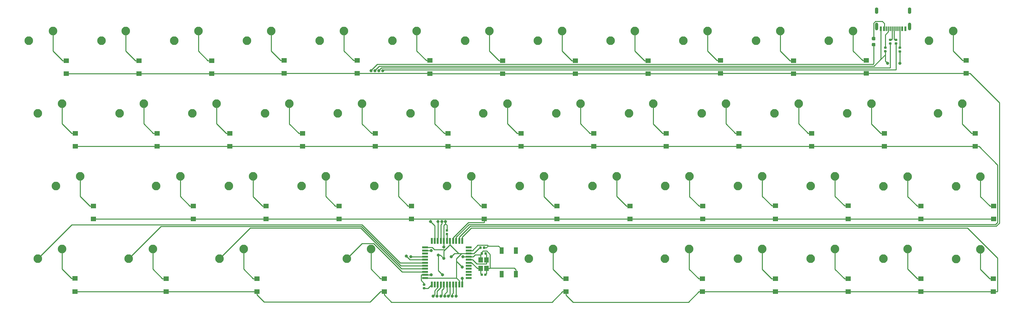
<source format=gbr>
G04 #@! TF.GenerationSoftware,KiCad,Pcbnew,(5.1.5)-3*
G04 #@! TF.CreationDate,2020-05-19T14:28:27+02:00*
G04 #@! TF.ProjectId,40 with arrows,34302520-7769-4746-9820-6172726f7773,rev?*
G04 #@! TF.SameCoordinates,Original*
G04 #@! TF.FileFunction,Copper,L2,Bot*
G04 #@! TF.FilePolarity,Positive*
%FSLAX46Y46*%
G04 Gerber Fmt 4.6, Leading zero omitted, Abs format (unit mm)*
G04 Created by KiCad (PCBNEW (5.1.5)-3) date 2020-05-19 14:28:27*
%MOMM*%
%LPD*%
G04 APERTURE LIST*
%ADD10C,0.100000*%
%ADD11R,0.600000X1.160000*%
%ADD12R,0.300000X1.160000*%
%ADD13O,0.900000X1.700000*%
%ADD14O,0.900000X2.000000*%
%ADD15C,2.250000*%
%ADD16R,1.100000X1.800000*%
%ADD17R,1.400000X1.200000*%
%ADD18R,0.550000X1.500000*%
%ADD19R,1.500000X0.550000*%
%ADD20R,1.200000X1.400000*%
%ADD21C,0.800000*%
%ADD22C,0.250000*%
G04 APERTURE END LIST*
G04 #@! TA.AperFunction,SMDPad,CuDef*
D10*
G36*
X245097691Y-44056053D02*
G01*
X245118926Y-44059203D01*
X245139750Y-44064419D01*
X245159962Y-44071651D01*
X245179368Y-44080830D01*
X245197781Y-44091866D01*
X245215024Y-44104654D01*
X245230930Y-44119070D01*
X245245346Y-44134976D01*
X245258134Y-44152219D01*
X245269170Y-44170632D01*
X245278349Y-44190038D01*
X245285581Y-44210250D01*
X245290797Y-44231074D01*
X245293947Y-44252309D01*
X245295000Y-44273750D01*
X245295000Y-44711250D01*
X245293947Y-44732691D01*
X245290797Y-44753926D01*
X245285581Y-44774750D01*
X245278349Y-44794962D01*
X245269170Y-44814368D01*
X245258134Y-44832781D01*
X245245346Y-44850024D01*
X245230930Y-44865930D01*
X245215024Y-44880346D01*
X245197781Y-44893134D01*
X245179368Y-44904170D01*
X245159962Y-44913349D01*
X245139750Y-44920581D01*
X245118926Y-44925797D01*
X245097691Y-44928947D01*
X245076250Y-44930000D01*
X244563750Y-44930000D01*
X244542309Y-44928947D01*
X244521074Y-44925797D01*
X244500250Y-44920581D01*
X244480038Y-44913349D01*
X244460632Y-44904170D01*
X244442219Y-44893134D01*
X244424976Y-44880346D01*
X244409070Y-44865930D01*
X244394654Y-44850024D01*
X244381866Y-44832781D01*
X244370830Y-44814368D01*
X244361651Y-44794962D01*
X244354419Y-44774750D01*
X244349203Y-44753926D01*
X244346053Y-44732691D01*
X244345000Y-44711250D01*
X244345000Y-44273750D01*
X244346053Y-44252309D01*
X244349203Y-44231074D01*
X244354419Y-44210250D01*
X244361651Y-44190038D01*
X244370830Y-44170632D01*
X244381866Y-44152219D01*
X244394654Y-44134976D01*
X244409070Y-44119070D01*
X244424976Y-44104654D01*
X244442219Y-44091866D01*
X244460632Y-44080830D01*
X244480038Y-44071651D01*
X244500250Y-44064419D01*
X244521074Y-44059203D01*
X244542309Y-44056053D01*
X244563750Y-44055000D01*
X245076250Y-44055000D01*
X245097691Y-44056053D01*
G37*
G04 #@! TD.AperFunction*
G04 #@! TA.AperFunction,SMDPad,CuDef*
G36*
X245097691Y-45631053D02*
G01*
X245118926Y-45634203D01*
X245139750Y-45639419D01*
X245159962Y-45646651D01*
X245179368Y-45655830D01*
X245197781Y-45666866D01*
X245215024Y-45679654D01*
X245230930Y-45694070D01*
X245245346Y-45709976D01*
X245258134Y-45727219D01*
X245269170Y-45745632D01*
X245278349Y-45765038D01*
X245285581Y-45785250D01*
X245290797Y-45806074D01*
X245293947Y-45827309D01*
X245295000Y-45848750D01*
X245295000Y-46286250D01*
X245293947Y-46307691D01*
X245290797Y-46328926D01*
X245285581Y-46349750D01*
X245278349Y-46369962D01*
X245269170Y-46389368D01*
X245258134Y-46407781D01*
X245245346Y-46425024D01*
X245230930Y-46440930D01*
X245215024Y-46455346D01*
X245197781Y-46468134D01*
X245179368Y-46479170D01*
X245159962Y-46488349D01*
X245139750Y-46495581D01*
X245118926Y-46500797D01*
X245097691Y-46503947D01*
X245076250Y-46505000D01*
X244563750Y-46505000D01*
X244542309Y-46503947D01*
X244521074Y-46500797D01*
X244500250Y-46495581D01*
X244480038Y-46488349D01*
X244460632Y-46479170D01*
X244442219Y-46468134D01*
X244424976Y-46455346D01*
X244409070Y-46440930D01*
X244394654Y-46425024D01*
X244381866Y-46407781D01*
X244370830Y-46389368D01*
X244361651Y-46369962D01*
X244354419Y-46349750D01*
X244349203Y-46328926D01*
X244346053Y-46307691D01*
X244345000Y-46286250D01*
X244345000Y-45848750D01*
X244346053Y-45827309D01*
X244349203Y-45806074D01*
X244354419Y-45785250D01*
X244361651Y-45765038D01*
X244370830Y-45745632D01*
X244381866Y-45727219D01*
X244394654Y-45709976D01*
X244409070Y-45694070D01*
X244424976Y-45679654D01*
X244442219Y-45666866D01*
X244460632Y-45655830D01*
X244480038Y-45646651D01*
X244500250Y-45639419D01*
X244521074Y-45634203D01*
X244542309Y-45631053D01*
X244563750Y-45630000D01*
X245076250Y-45630000D01*
X245097691Y-45631053D01*
G37*
G04 #@! TD.AperFunction*
D11*
X253120000Y-41880000D03*
X252320000Y-41880000D03*
X253120000Y-41880000D03*
X252320000Y-41880000D03*
X246720000Y-41880000D03*
X246720000Y-41880000D03*
X247520000Y-41880000D03*
X247520000Y-41880000D03*
D12*
X251670000Y-41880000D03*
X250670000Y-41880000D03*
X251170000Y-41880000D03*
X248670000Y-41880000D03*
X248170000Y-41880000D03*
X250170000Y-41880000D03*
X249670000Y-41880000D03*
X249170000Y-41880000D03*
D13*
X254240000Y-37130000D03*
X245600000Y-37130000D03*
D14*
X254240000Y-41300000D03*
X245600000Y-41300000D03*
D15*
X160800000Y-99670000D03*
X154450000Y-102210000D03*
D16*
X151110000Y-100030000D03*
X147410000Y-106230000D03*
X147410000Y-100030000D03*
X151110000Y-106230000D03*
D15*
X113170000Y-99650000D03*
X106820000Y-102190000D03*
G04 #@! TA.AperFunction,SMDPad,CuDef*
D10*
G36*
X133226958Y-94465710D02*
G01*
X133241276Y-94467834D01*
X133255317Y-94471351D01*
X133268946Y-94476228D01*
X133282031Y-94482417D01*
X133294447Y-94489858D01*
X133306073Y-94498481D01*
X133316798Y-94508202D01*
X133326519Y-94518927D01*
X133335142Y-94530553D01*
X133342583Y-94542969D01*
X133348772Y-94556054D01*
X133353649Y-94569683D01*
X133357166Y-94583724D01*
X133359290Y-94598042D01*
X133360000Y-94612500D01*
X133360000Y-94907500D01*
X133359290Y-94921958D01*
X133357166Y-94936276D01*
X133353649Y-94950317D01*
X133348772Y-94963946D01*
X133342583Y-94977031D01*
X133335142Y-94989447D01*
X133326519Y-95001073D01*
X133316798Y-95011798D01*
X133306073Y-95021519D01*
X133294447Y-95030142D01*
X133282031Y-95037583D01*
X133268946Y-95043772D01*
X133255317Y-95048649D01*
X133241276Y-95052166D01*
X133226958Y-95054290D01*
X133212500Y-95055000D01*
X132867500Y-95055000D01*
X132853042Y-95054290D01*
X132838724Y-95052166D01*
X132824683Y-95048649D01*
X132811054Y-95043772D01*
X132797969Y-95037583D01*
X132785553Y-95030142D01*
X132773927Y-95021519D01*
X132763202Y-95011798D01*
X132753481Y-95001073D01*
X132744858Y-94989447D01*
X132737417Y-94977031D01*
X132731228Y-94963946D01*
X132726351Y-94950317D01*
X132722834Y-94936276D01*
X132720710Y-94921958D01*
X132720000Y-94907500D01*
X132720000Y-94612500D01*
X132720710Y-94598042D01*
X132722834Y-94583724D01*
X132726351Y-94569683D01*
X132731228Y-94556054D01*
X132737417Y-94542969D01*
X132744858Y-94530553D01*
X132753481Y-94518927D01*
X132763202Y-94508202D01*
X132773927Y-94498481D01*
X132785553Y-94489858D01*
X132797969Y-94482417D01*
X132811054Y-94476228D01*
X132824683Y-94471351D01*
X132838724Y-94467834D01*
X132853042Y-94465710D01*
X132867500Y-94465000D01*
X133212500Y-94465000D01*
X133226958Y-94465710D01*
G37*
G04 #@! TD.AperFunction*
G04 #@! TA.AperFunction,SMDPad,CuDef*
G36*
X133226958Y-95435710D02*
G01*
X133241276Y-95437834D01*
X133255317Y-95441351D01*
X133268946Y-95446228D01*
X133282031Y-95452417D01*
X133294447Y-95459858D01*
X133306073Y-95468481D01*
X133316798Y-95478202D01*
X133326519Y-95488927D01*
X133335142Y-95500553D01*
X133342583Y-95512969D01*
X133348772Y-95526054D01*
X133353649Y-95539683D01*
X133357166Y-95553724D01*
X133359290Y-95568042D01*
X133360000Y-95582500D01*
X133360000Y-95877500D01*
X133359290Y-95891958D01*
X133357166Y-95906276D01*
X133353649Y-95920317D01*
X133348772Y-95933946D01*
X133342583Y-95947031D01*
X133335142Y-95959447D01*
X133326519Y-95971073D01*
X133316798Y-95981798D01*
X133306073Y-95991519D01*
X133294447Y-96000142D01*
X133282031Y-96007583D01*
X133268946Y-96013772D01*
X133255317Y-96018649D01*
X133241276Y-96022166D01*
X133226958Y-96024290D01*
X133212500Y-96025000D01*
X132867500Y-96025000D01*
X132853042Y-96024290D01*
X132838724Y-96022166D01*
X132824683Y-96018649D01*
X132811054Y-96013772D01*
X132797969Y-96007583D01*
X132785553Y-96000142D01*
X132773927Y-95991519D01*
X132763202Y-95981798D01*
X132753481Y-95971073D01*
X132744858Y-95959447D01*
X132737417Y-95947031D01*
X132731228Y-95933946D01*
X132726351Y-95920317D01*
X132722834Y-95906276D01*
X132720710Y-95891958D01*
X132720000Y-95877500D01*
X132720000Y-95582500D01*
X132720710Y-95568042D01*
X132722834Y-95553724D01*
X132726351Y-95539683D01*
X132731228Y-95526054D01*
X132737417Y-95512969D01*
X132744858Y-95500553D01*
X132753481Y-95488927D01*
X132763202Y-95478202D01*
X132773927Y-95468481D01*
X132785553Y-95459858D01*
X132797969Y-95452417D01*
X132811054Y-95446228D01*
X132824683Y-95441351D01*
X132838724Y-95437834D01*
X132853042Y-95435710D01*
X132867500Y-95435000D01*
X133212500Y-95435000D01*
X133226958Y-95435710D01*
G37*
G04 #@! TD.AperFunction*
G04 #@! TA.AperFunction,SMDPad,CuDef*
G36*
X142346958Y-100500710D02*
G01*
X142361276Y-100502834D01*
X142375317Y-100506351D01*
X142388946Y-100511228D01*
X142402031Y-100517417D01*
X142414447Y-100524858D01*
X142426073Y-100533481D01*
X142436798Y-100543202D01*
X142446519Y-100553927D01*
X142455142Y-100565553D01*
X142462583Y-100577969D01*
X142468772Y-100591054D01*
X142473649Y-100604683D01*
X142477166Y-100618724D01*
X142479290Y-100633042D01*
X142480000Y-100647500D01*
X142480000Y-100992500D01*
X142479290Y-101006958D01*
X142477166Y-101021276D01*
X142473649Y-101035317D01*
X142468772Y-101048946D01*
X142462583Y-101062031D01*
X142455142Y-101074447D01*
X142446519Y-101086073D01*
X142436798Y-101096798D01*
X142426073Y-101106519D01*
X142414447Y-101115142D01*
X142402031Y-101122583D01*
X142388946Y-101128772D01*
X142375317Y-101133649D01*
X142361276Y-101137166D01*
X142346958Y-101139290D01*
X142332500Y-101140000D01*
X142037500Y-101140000D01*
X142023042Y-101139290D01*
X142008724Y-101137166D01*
X141994683Y-101133649D01*
X141981054Y-101128772D01*
X141967969Y-101122583D01*
X141955553Y-101115142D01*
X141943927Y-101106519D01*
X141933202Y-101096798D01*
X141923481Y-101086073D01*
X141914858Y-101074447D01*
X141907417Y-101062031D01*
X141901228Y-101048946D01*
X141896351Y-101035317D01*
X141892834Y-101021276D01*
X141890710Y-101006958D01*
X141890000Y-100992500D01*
X141890000Y-100647500D01*
X141890710Y-100633042D01*
X141892834Y-100618724D01*
X141896351Y-100604683D01*
X141901228Y-100591054D01*
X141907417Y-100577969D01*
X141914858Y-100565553D01*
X141923481Y-100553927D01*
X141933202Y-100543202D01*
X141943927Y-100533481D01*
X141955553Y-100524858D01*
X141967969Y-100517417D01*
X141981054Y-100511228D01*
X141994683Y-100506351D01*
X142008724Y-100502834D01*
X142023042Y-100500710D01*
X142037500Y-100500000D01*
X142332500Y-100500000D01*
X142346958Y-100500710D01*
G37*
G04 #@! TD.AperFunction*
G04 #@! TA.AperFunction,SMDPad,CuDef*
G36*
X143316958Y-100500710D02*
G01*
X143331276Y-100502834D01*
X143345317Y-100506351D01*
X143358946Y-100511228D01*
X143372031Y-100517417D01*
X143384447Y-100524858D01*
X143396073Y-100533481D01*
X143406798Y-100543202D01*
X143416519Y-100553927D01*
X143425142Y-100565553D01*
X143432583Y-100577969D01*
X143438772Y-100591054D01*
X143443649Y-100604683D01*
X143447166Y-100618724D01*
X143449290Y-100633042D01*
X143450000Y-100647500D01*
X143450000Y-100992500D01*
X143449290Y-101006958D01*
X143447166Y-101021276D01*
X143443649Y-101035317D01*
X143438772Y-101048946D01*
X143432583Y-101062031D01*
X143425142Y-101074447D01*
X143416519Y-101086073D01*
X143406798Y-101096798D01*
X143396073Y-101106519D01*
X143384447Y-101115142D01*
X143372031Y-101122583D01*
X143358946Y-101128772D01*
X143345317Y-101133649D01*
X143331276Y-101137166D01*
X143316958Y-101139290D01*
X143302500Y-101140000D01*
X143007500Y-101140000D01*
X142993042Y-101139290D01*
X142978724Y-101137166D01*
X142964683Y-101133649D01*
X142951054Y-101128772D01*
X142937969Y-101122583D01*
X142925553Y-101115142D01*
X142913927Y-101106519D01*
X142903202Y-101096798D01*
X142893481Y-101086073D01*
X142884858Y-101074447D01*
X142877417Y-101062031D01*
X142871228Y-101048946D01*
X142866351Y-101035317D01*
X142862834Y-101021276D01*
X142860710Y-101006958D01*
X142860000Y-100992500D01*
X142860000Y-100647500D01*
X142860710Y-100633042D01*
X142862834Y-100618724D01*
X142866351Y-100604683D01*
X142871228Y-100591054D01*
X142877417Y-100577969D01*
X142884858Y-100565553D01*
X142893481Y-100553927D01*
X142903202Y-100543202D01*
X142913927Y-100533481D01*
X142925553Y-100524858D01*
X142937969Y-100517417D01*
X142951054Y-100511228D01*
X142964683Y-100506351D01*
X142978724Y-100502834D01*
X142993042Y-100500710D01*
X143007500Y-100500000D01*
X143302500Y-100500000D01*
X143316958Y-100500710D01*
G37*
G04 #@! TD.AperFunction*
G04 #@! TA.AperFunction,SMDPad,CuDef*
G36*
X142316958Y-106070710D02*
G01*
X142331276Y-106072834D01*
X142345317Y-106076351D01*
X142358946Y-106081228D01*
X142372031Y-106087417D01*
X142384447Y-106094858D01*
X142396073Y-106103481D01*
X142406798Y-106113202D01*
X142416519Y-106123927D01*
X142425142Y-106135553D01*
X142432583Y-106147969D01*
X142438772Y-106161054D01*
X142443649Y-106174683D01*
X142447166Y-106188724D01*
X142449290Y-106203042D01*
X142450000Y-106217500D01*
X142450000Y-106562500D01*
X142449290Y-106576958D01*
X142447166Y-106591276D01*
X142443649Y-106605317D01*
X142438772Y-106618946D01*
X142432583Y-106632031D01*
X142425142Y-106644447D01*
X142416519Y-106656073D01*
X142406798Y-106666798D01*
X142396073Y-106676519D01*
X142384447Y-106685142D01*
X142372031Y-106692583D01*
X142358946Y-106698772D01*
X142345317Y-106703649D01*
X142331276Y-106707166D01*
X142316958Y-106709290D01*
X142302500Y-106710000D01*
X142007500Y-106710000D01*
X141993042Y-106709290D01*
X141978724Y-106707166D01*
X141964683Y-106703649D01*
X141951054Y-106698772D01*
X141937969Y-106692583D01*
X141925553Y-106685142D01*
X141913927Y-106676519D01*
X141903202Y-106666798D01*
X141893481Y-106656073D01*
X141884858Y-106644447D01*
X141877417Y-106632031D01*
X141871228Y-106618946D01*
X141866351Y-106605317D01*
X141862834Y-106591276D01*
X141860710Y-106576958D01*
X141860000Y-106562500D01*
X141860000Y-106217500D01*
X141860710Y-106203042D01*
X141862834Y-106188724D01*
X141866351Y-106174683D01*
X141871228Y-106161054D01*
X141877417Y-106147969D01*
X141884858Y-106135553D01*
X141893481Y-106123927D01*
X141903202Y-106113202D01*
X141913927Y-106103481D01*
X141925553Y-106094858D01*
X141937969Y-106087417D01*
X141951054Y-106081228D01*
X141964683Y-106076351D01*
X141978724Y-106072834D01*
X141993042Y-106070710D01*
X142007500Y-106070000D01*
X142302500Y-106070000D01*
X142316958Y-106070710D01*
G37*
G04 #@! TD.AperFunction*
G04 #@! TA.AperFunction,SMDPad,CuDef*
G36*
X143286958Y-106070710D02*
G01*
X143301276Y-106072834D01*
X143315317Y-106076351D01*
X143328946Y-106081228D01*
X143342031Y-106087417D01*
X143354447Y-106094858D01*
X143366073Y-106103481D01*
X143376798Y-106113202D01*
X143386519Y-106123927D01*
X143395142Y-106135553D01*
X143402583Y-106147969D01*
X143408772Y-106161054D01*
X143413649Y-106174683D01*
X143417166Y-106188724D01*
X143419290Y-106203042D01*
X143420000Y-106217500D01*
X143420000Y-106562500D01*
X143419290Y-106576958D01*
X143417166Y-106591276D01*
X143413649Y-106605317D01*
X143408772Y-106618946D01*
X143402583Y-106632031D01*
X143395142Y-106644447D01*
X143386519Y-106656073D01*
X143376798Y-106666798D01*
X143366073Y-106676519D01*
X143354447Y-106685142D01*
X143342031Y-106692583D01*
X143328946Y-106698772D01*
X143315317Y-106703649D01*
X143301276Y-106707166D01*
X143286958Y-106709290D01*
X143272500Y-106710000D01*
X142977500Y-106710000D01*
X142963042Y-106709290D01*
X142948724Y-106707166D01*
X142934683Y-106703649D01*
X142921054Y-106698772D01*
X142907969Y-106692583D01*
X142895553Y-106685142D01*
X142883927Y-106676519D01*
X142873202Y-106666798D01*
X142863481Y-106656073D01*
X142854858Y-106644447D01*
X142847417Y-106632031D01*
X142841228Y-106618946D01*
X142836351Y-106605317D01*
X142832834Y-106591276D01*
X142830710Y-106576958D01*
X142830000Y-106562500D01*
X142830000Y-106217500D01*
X142830710Y-106203042D01*
X142832834Y-106188724D01*
X142836351Y-106174683D01*
X142841228Y-106161054D01*
X142847417Y-106147969D01*
X142854858Y-106135553D01*
X142863481Y-106123927D01*
X142873202Y-106113202D01*
X142883927Y-106103481D01*
X142895553Y-106094858D01*
X142907969Y-106087417D01*
X142921054Y-106081228D01*
X142934683Y-106076351D01*
X142948724Y-106072834D01*
X142963042Y-106070710D01*
X142977500Y-106070000D01*
X143272500Y-106070000D01*
X143286958Y-106070710D01*
G37*
G04 #@! TD.AperFunction*
D17*
X33320000Y-53710000D03*
X33320000Y-50310000D03*
X52370000Y-50300000D03*
X52370000Y-53700000D03*
X71410000Y-50290000D03*
X71410000Y-53690000D03*
X90400000Y-53590000D03*
X90400000Y-50190000D03*
X109520000Y-50210000D03*
X109520000Y-53610000D03*
X128570000Y-53640000D03*
X128570000Y-50240000D03*
X147640000Y-50280000D03*
X147640000Y-53680000D03*
X166700000Y-53680000D03*
X166700000Y-50280000D03*
X185750000Y-50280000D03*
X185750000Y-53680000D03*
X204730000Y-53620000D03*
X204730000Y-50220000D03*
X223840000Y-53680000D03*
X223840000Y-50280000D03*
X242880000Y-53620000D03*
X242880000Y-50220000D03*
X269070000Y-50220000D03*
X269070000Y-53620000D03*
X35690000Y-69330000D03*
X35690000Y-72730000D03*
X57090000Y-69300000D03*
X57090000Y-72700000D03*
X76190000Y-69330000D03*
X76190000Y-72730000D03*
X95230000Y-72750000D03*
X95230000Y-69350000D03*
X114270000Y-69330000D03*
X114270000Y-72730000D03*
X133330000Y-72740000D03*
X133330000Y-69340000D03*
X152420000Y-69350000D03*
X152420000Y-72750000D03*
X171470000Y-72730000D03*
X171470000Y-69330000D03*
X190490000Y-69340000D03*
X190490000Y-72740000D03*
X209550000Y-72730000D03*
X209550000Y-69330000D03*
X228600000Y-69310000D03*
X228600000Y-72710000D03*
X247640000Y-72720000D03*
X247640000Y-69320000D03*
X271450000Y-69330000D03*
X271450000Y-72730000D03*
X40440000Y-91780000D03*
X40440000Y-88380000D03*
X66630000Y-88360000D03*
X66630000Y-91760000D03*
X85690000Y-88390000D03*
X85690000Y-91790000D03*
X104760000Y-91750000D03*
X104760000Y-88350000D03*
X123780000Y-91760000D03*
X123780000Y-88360000D03*
X142850000Y-88390000D03*
X142850000Y-91790000D03*
X161900000Y-91790000D03*
X161900000Y-88390000D03*
X181000000Y-88350000D03*
X181000000Y-91750000D03*
X200040000Y-91780000D03*
X200040000Y-88380000D03*
X219080000Y-88340000D03*
X219080000Y-91740000D03*
X238120000Y-91740000D03*
X238120000Y-88340000D03*
X257220000Y-88400000D03*
X257220000Y-91800000D03*
X276250000Y-91800000D03*
X276250000Y-88400000D03*
X35630000Y-110790000D03*
X35630000Y-107390000D03*
X59470000Y-107410000D03*
X59470000Y-110810000D03*
X83250000Y-110800000D03*
X83250000Y-107400000D03*
X116610000Y-107400000D03*
X116610000Y-110800000D03*
X164250000Y-110860000D03*
X164250000Y-107460000D03*
X199960000Y-107450000D03*
X199960000Y-110850000D03*
X219060000Y-110850000D03*
X219060000Y-107450000D03*
X238130000Y-107450000D03*
X238130000Y-110850000D03*
X257180000Y-107430000D03*
X257180000Y-110830000D03*
X276200000Y-110840000D03*
X276200000Y-107440000D03*
D15*
X29840000Y-42510000D03*
X23490000Y-45050000D03*
X42540000Y-45050000D03*
X48890000Y-42510000D03*
X67940000Y-42510000D03*
X61590000Y-45050000D03*
X80640000Y-45050000D03*
X86990000Y-42510000D03*
X106090000Y-42510000D03*
X99740000Y-45050000D03*
X118790000Y-45050000D03*
X125140000Y-42510000D03*
X137840000Y-45050000D03*
X144190000Y-42510000D03*
X156890000Y-45050000D03*
X163240000Y-42510000D03*
X182290000Y-42510000D03*
X175940000Y-45050000D03*
X194990000Y-45050000D03*
X201340000Y-42510000D03*
X220390000Y-42510000D03*
X214040000Y-45050000D03*
X233090000Y-45050000D03*
X239440000Y-42510000D03*
X265640000Y-42510000D03*
X259290000Y-45050000D03*
X32220000Y-61560000D03*
X25870000Y-64100000D03*
X47300000Y-64100000D03*
X53650000Y-61560000D03*
X72720000Y-61560000D03*
X66370000Y-64100000D03*
X85420000Y-64100000D03*
X91770000Y-61560000D03*
X104480000Y-64100000D03*
X110830000Y-61560000D03*
X129880000Y-61560000D03*
X123530000Y-64100000D03*
X148940000Y-61570000D03*
X142590000Y-64110000D03*
X168010000Y-61570000D03*
X161660000Y-64110000D03*
X180710000Y-64120000D03*
X187060000Y-61580000D03*
X206100000Y-61580000D03*
X199750000Y-64120000D03*
X218800000Y-64110000D03*
X225150000Y-61570000D03*
X244210000Y-61570000D03*
X237860000Y-64110000D03*
X261680000Y-64120000D03*
X268030000Y-61580000D03*
X30630000Y-83150000D03*
X36980000Y-80610000D03*
X56830000Y-83150000D03*
X63180000Y-80610000D03*
X82240000Y-80610000D03*
X75890000Y-83150000D03*
X94940000Y-83150000D03*
X101290000Y-80610000D03*
X120340000Y-80610000D03*
X113990000Y-83150000D03*
X133040000Y-83170000D03*
X139390000Y-80630000D03*
X158460000Y-80620000D03*
X152110000Y-83160000D03*
X171200000Y-83170000D03*
X177550000Y-80630000D03*
X196600000Y-80630000D03*
X190250000Y-83170000D03*
X209310000Y-83170000D03*
X215660000Y-80630000D03*
X228360000Y-83170000D03*
X234710000Y-80630000D03*
X253760000Y-80640000D03*
X247410000Y-83180000D03*
X266450000Y-83180000D03*
X272800000Y-80640000D03*
X32210000Y-99650000D03*
X25860000Y-102190000D03*
X49670000Y-102190000D03*
X56020000Y-99650000D03*
X73480000Y-102210000D03*
X79830000Y-99670000D03*
X196520000Y-99680000D03*
X190170000Y-102220000D03*
X215610000Y-99680000D03*
X209260000Y-102220000D03*
X234670000Y-99670000D03*
X228320000Y-102210000D03*
X247380000Y-102220000D03*
X253730000Y-99680000D03*
X272780000Y-99700000D03*
X266430000Y-102240000D03*
G04 #@! TA.AperFunction,SMDPad,CuDef*
D10*
G36*
X250856958Y-44510710D02*
G01*
X250871276Y-44512834D01*
X250885317Y-44516351D01*
X250898946Y-44521228D01*
X250912031Y-44527417D01*
X250924447Y-44534858D01*
X250936073Y-44543481D01*
X250946798Y-44553202D01*
X250956519Y-44563927D01*
X250965142Y-44575553D01*
X250972583Y-44587969D01*
X250978772Y-44601054D01*
X250983649Y-44614683D01*
X250987166Y-44628724D01*
X250989290Y-44643042D01*
X250990000Y-44657500D01*
X250990000Y-44952500D01*
X250989290Y-44966958D01*
X250987166Y-44981276D01*
X250983649Y-44995317D01*
X250978772Y-45008946D01*
X250972583Y-45022031D01*
X250965142Y-45034447D01*
X250956519Y-45046073D01*
X250946798Y-45056798D01*
X250936073Y-45066519D01*
X250924447Y-45075142D01*
X250912031Y-45082583D01*
X250898946Y-45088772D01*
X250885317Y-45093649D01*
X250871276Y-45097166D01*
X250856958Y-45099290D01*
X250842500Y-45100000D01*
X250497500Y-45100000D01*
X250483042Y-45099290D01*
X250468724Y-45097166D01*
X250454683Y-45093649D01*
X250441054Y-45088772D01*
X250427969Y-45082583D01*
X250415553Y-45075142D01*
X250403927Y-45066519D01*
X250393202Y-45056798D01*
X250383481Y-45046073D01*
X250374858Y-45034447D01*
X250367417Y-45022031D01*
X250361228Y-45008946D01*
X250356351Y-44995317D01*
X250352834Y-44981276D01*
X250350710Y-44966958D01*
X250350000Y-44952500D01*
X250350000Y-44657500D01*
X250350710Y-44643042D01*
X250352834Y-44628724D01*
X250356351Y-44614683D01*
X250361228Y-44601054D01*
X250367417Y-44587969D01*
X250374858Y-44575553D01*
X250383481Y-44563927D01*
X250393202Y-44553202D01*
X250403927Y-44543481D01*
X250415553Y-44534858D01*
X250427969Y-44527417D01*
X250441054Y-44521228D01*
X250454683Y-44516351D01*
X250468724Y-44512834D01*
X250483042Y-44510710D01*
X250497500Y-44510000D01*
X250842500Y-44510000D01*
X250856958Y-44510710D01*
G37*
G04 #@! TD.AperFunction*
G04 #@! TA.AperFunction,SMDPad,CuDef*
G36*
X250856958Y-45480710D02*
G01*
X250871276Y-45482834D01*
X250885317Y-45486351D01*
X250898946Y-45491228D01*
X250912031Y-45497417D01*
X250924447Y-45504858D01*
X250936073Y-45513481D01*
X250946798Y-45523202D01*
X250956519Y-45533927D01*
X250965142Y-45545553D01*
X250972583Y-45557969D01*
X250978772Y-45571054D01*
X250983649Y-45584683D01*
X250987166Y-45598724D01*
X250989290Y-45613042D01*
X250990000Y-45627500D01*
X250990000Y-45922500D01*
X250989290Y-45936958D01*
X250987166Y-45951276D01*
X250983649Y-45965317D01*
X250978772Y-45978946D01*
X250972583Y-45992031D01*
X250965142Y-46004447D01*
X250956519Y-46016073D01*
X250946798Y-46026798D01*
X250936073Y-46036519D01*
X250924447Y-46045142D01*
X250912031Y-46052583D01*
X250898946Y-46058772D01*
X250885317Y-46063649D01*
X250871276Y-46067166D01*
X250856958Y-46069290D01*
X250842500Y-46070000D01*
X250497500Y-46070000D01*
X250483042Y-46069290D01*
X250468724Y-46067166D01*
X250454683Y-46063649D01*
X250441054Y-46058772D01*
X250427969Y-46052583D01*
X250415553Y-46045142D01*
X250403927Y-46036519D01*
X250393202Y-46026798D01*
X250383481Y-46016073D01*
X250374858Y-46004447D01*
X250367417Y-45992031D01*
X250361228Y-45978946D01*
X250356351Y-45965317D01*
X250352834Y-45951276D01*
X250350710Y-45936958D01*
X250350000Y-45922500D01*
X250350000Y-45627500D01*
X250350710Y-45613042D01*
X250352834Y-45598724D01*
X250356351Y-45584683D01*
X250361228Y-45571054D01*
X250367417Y-45557969D01*
X250374858Y-45545553D01*
X250383481Y-45533927D01*
X250393202Y-45523202D01*
X250403927Y-45513481D01*
X250415553Y-45504858D01*
X250427969Y-45497417D01*
X250441054Y-45491228D01*
X250454683Y-45486351D01*
X250468724Y-45482834D01*
X250483042Y-45480710D01*
X250497500Y-45480000D01*
X250842500Y-45480000D01*
X250856958Y-45480710D01*
G37*
G04 #@! TD.AperFunction*
G04 #@! TA.AperFunction,SMDPad,CuDef*
G36*
X249356958Y-45470710D02*
G01*
X249371276Y-45472834D01*
X249385317Y-45476351D01*
X249398946Y-45481228D01*
X249412031Y-45487417D01*
X249424447Y-45494858D01*
X249436073Y-45503481D01*
X249446798Y-45513202D01*
X249456519Y-45523927D01*
X249465142Y-45535553D01*
X249472583Y-45547969D01*
X249478772Y-45561054D01*
X249483649Y-45574683D01*
X249487166Y-45588724D01*
X249489290Y-45603042D01*
X249490000Y-45617500D01*
X249490000Y-45912500D01*
X249489290Y-45926958D01*
X249487166Y-45941276D01*
X249483649Y-45955317D01*
X249478772Y-45968946D01*
X249472583Y-45982031D01*
X249465142Y-45994447D01*
X249456519Y-46006073D01*
X249446798Y-46016798D01*
X249436073Y-46026519D01*
X249424447Y-46035142D01*
X249412031Y-46042583D01*
X249398946Y-46048772D01*
X249385317Y-46053649D01*
X249371276Y-46057166D01*
X249356958Y-46059290D01*
X249342500Y-46060000D01*
X248997500Y-46060000D01*
X248983042Y-46059290D01*
X248968724Y-46057166D01*
X248954683Y-46053649D01*
X248941054Y-46048772D01*
X248927969Y-46042583D01*
X248915553Y-46035142D01*
X248903927Y-46026519D01*
X248893202Y-46016798D01*
X248883481Y-46006073D01*
X248874858Y-45994447D01*
X248867417Y-45982031D01*
X248861228Y-45968946D01*
X248856351Y-45955317D01*
X248852834Y-45941276D01*
X248850710Y-45926958D01*
X248850000Y-45912500D01*
X248850000Y-45617500D01*
X248850710Y-45603042D01*
X248852834Y-45588724D01*
X248856351Y-45574683D01*
X248861228Y-45561054D01*
X248867417Y-45547969D01*
X248874858Y-45535553D01*
X248883481Y-45523927D01*
X248893202Y-45513202D01*
X248903927Y-45503481D01*
X248915553Y-45494858D01*
X248927969Y-45487417D01*
X248941054Y-45481228D01*
X248954683Y-45476351D01*
X248968724Y-45472834D01*
X248983042Y-45470710D01*
X248997500Y-45470000D01*
X249342500Y-45470000D01*
X249356958Y-45470710D01*
G37*
G04 #@! TD.AperFunction*
G04 #@! TA.AperFunction,SMDPad,CuDef*
G36*
X249356958Y-44500710D02*
G01*
X249371276Y-44502834D01*
X249385317Y-44506351D01*
X249398946Y-44511228D01*
X249412031Y-44517417D01*
X249424447Y-44524858D01*
X249436073Y-44533481D01*
X249446798Y-44543202D01*
X249456519Y-44553927D01*
X249465142Y-44565553D01*
X249472583Y-44577969D01*
X249478772Y-44591054D01*
X249483649Y-44604683D01*
X249487166Y-44618724D01*
X249489290Y-44633042D01*
X249490000Y-44647500D01*
X249490000Y-44942500D01*
X249489290Y-44956958D01*
X249487166Y-44971276D01*
X249483649Y-44985317D01*
X249478772Y-44998946D01*
X249472583Y-45012031D01*
X249465142Y-45024447D01*
X249456519Y-45036073D01*
X249446798Y-45046798D01*
X249436073Y-45056519D01*
X249424447Y-45065142D01*
X249412031Y-45072583D01*
X249398946Y-45078772D01*
X249385317Y-45083649D01*
X249371276Y-45087166D01*
X249356958Y-45089290D01*
X249342500Y-45090000D01*
X248997500Y-45090000D01*
X248983042Y-45089290D01*
X248968724Y-45087166D01*
X248954683Y-45083649D01*
X248941054Y-45078772D01*
X248927969Y-45072583D01*
X248915553Y-45065142D01*
X248903927Y-45056519D01*
X248893202Y-45046798D01*
X248883481Y-45036073D01*
X248874858Y-45024447D01*
X248867417Y-45012031D01*
X248861228Y-44998946D01*
X248856351Y-44985317D01*
X248852834Y-44971276D01*
X248850710Y-44956958D01*
X248850000Y-44942500D01*
X248850000Y-44647500D01*
X248850710Y-44633042D01*
X248852834Y-44618724D01*
X248856351Y-44604683D01*
X248861228Y-44591054D01*
X248867417Y-44577969D01*
X248874858Y-44565553D01*
X248883481Y-44553927D01*
X248893202Y-44543202D01*
X248903927Y-44533481D01*
X248915553Y-44524858D01*
X248927969Y-44517417D01*
X248941054Y-44511228D01*
X248954683Y-44506351D01*
X248968724Y-44502834D01*
X248983042Y-44500710D01*
X248997500Y-44500000D01*
X249342500Y-44500000D01*
X249356958Y-44500710D01*
G37*
G04 #@! TD.AperFunction*
G04 #@! TA.AperFunction,SMDPad,CuDef*
G36*
X141966958Y-98980710D02*
G01*
X141981276Y-98982834D01*
X141995317Y-98986351D01*
X142008946Y-98991228D01*
X142022031Y-98997417D01*
X142034447Y-99004858D01*
X142046073Y-99013481D01*
X142056798Y-99023202D01*
X142066519Y-99033927D01*
X142075142Y-99045553D01*
X142082583Y-99057969D01*
X142088772Y-99071054D01*
X142093649Y-99084683D01*
X142097166Y-99098724D01*
X142099290Y-99113042D01*
X142100000Y-99127500D01*
X142100000Y-99472500D01*
X142099290Y-99486958D01*
X142097166Y-99501276D01*
X142093649Y-99515317D01*
X142088772Y-99528946D01*
X142082583Y-99542031D01*
X142075142Y-99554447D01*
X142066519Y-99566073D01*
X142056798Y-99576798D01*
X142046073Y-99586519D01*
X142034447Y-99595142D01*
X142022031Y-99602583D01*
X142008946Y-99608772D01*
X141995317Y-99613649D01*
X141981276Y-99617166D01*
X141966958Y-99619290D01*
X141952500Y-99620000D01*
X141657500Y-99620000D01*
X141643042Y-99619290D01*
X141628724Y-99617166D01*
X141614683Y-99613649D01*
X141601054Y-99608772D01*
X141587969Y-99602583D01*
X141575553Y-99595142D01*
X141563927Y-99586519D01*
X141553202Y-99576798D01*
X141543481Y-99566073D01*
X141534858Y-99554447D01*
X141527417Y-99542031D01*
X141521228Y-99528946D01*
X141516351Y-99515317D01*
X141512834Y-99501276D01*
X141510710Y-99486958D01*
X141510000Y-99472500D01*
X141510000Y-99127500D01*
X141510710Y-99113042D01*
X141512834Y-99098724D01*
X141516351Y-99084683D01*
X141521228Y-99071054D01*
X141527417Y-99057969D01*
X141534858Y-99045553D01*
X141543481Y-99033927D01*
X141553202Y-99023202D01*
X141563927Y-99013481D01*
X141575553Y-99004858D01*
X141587969Y-98997417D01*
X141601054Y-98991228D01*
X141614683Y-98986351D01*
X141628724Y-98982834D01*
X141643042Y-98980710D01*
X141657500Y-98980000D01*
X141952500Y-98980000D01*
X141966958Y-98980710D01*
G37*
G04 #@! TD.AperFunction*
G04 #@! TA.AperFunction,SMDPad,CuDef*
G36*
X142936958Y-98980710D02*
G01*
X142951276Y-98982834D01*
X142965317Y-98986351D01*
X142978946Y-98991228D01*
X142992031Y-98997417D01*
X143004447Y-99004858D01*
X143016073Y-99013481D01*
X143026798Y-99023202D01*
X143036519Y-99033927D01*
X143045142Y-99045553D01*
X143052583Y-99057969D01*
X143058772Y-99071054D01*
X143063649Y-99084683D01*
X143067166Y-99098724D01*
X143069290Y-99113042D01*
X143070000Y-99127500D01*
X143070000Y-99472500D01*
X143069290Y-99486958D01*
X143067166Y-99501276D01*
X143063649Y-99515317D01*
X143058772Y-99528946D01*
X143052583Y-99542031D01*
X143045142Y-99554447D01*
X143036519Y-99566073D01*
X143026798Y-99576798D01*
X143016073Y-99586519D01*
X143004447Y-99595142D01*
X142992031Y-99602583D01*
X142978946Y-99608772D01*
X142965317Y-99613649D01*
X142951276Y-99617166D01*
X142936958Y-99619290D01*
X142922500Y-99620000D01*
X142627500Y-99620000D01*
X142613042Y-99619290D01*
X142598724Y-99617166D01*
X142584683Y-99613649D01*
X142571054Y-99608772D01*
X142557969Y-99602583D01*
X142545553Y-99595142D01*
X142533927Y-99586519D01*
X142523202Y-99576798D01*
X142513481Y-99566073D01*
X142504858Y-99554447D01*
X142497417Y-99542031D01*
X142491228Y-99528946D01*
X142486351Y-99515317D01*
X142482834Y-99501276D01*
X142480710Y-99486958D01*
X142480000Y-99472500D01*
X142480000Y-99127500D01*
X142480710Y-99113042D01*
X142482834Y-99098724D01*
X142486351Y-99084683D01*
X142491228Y-99071054D01*
X142497417Y-99057969D01*
X142504858Y-99045553D01*
X142513481Y-99033927D01*
X142523202Y-99023202D01*
X142533927Y-99013481D01*
X142545553Y-99004858D01*
X142557969Y-98997417D01*
X142571054Y-98991228D01*
X142584683Y-98986351D01*
X142598724Y-98982834D01*
X142613042Y-98980710D01*
X142627500Y-98980000D01*
X142922500Y-98980000D01*
X142936958Y-98980710D01*
G37*
G04 #@! TD.AperFunction*
G04 #@! TA.AperFunction,SMDPad,CuDef*
G36*
X127246958Y-108670710D02*
G01*
X127261276Y-108672834D01*
X127275317Y-108676351D01*
X127288946Y-108681228D01*
X127302031Y-108687417D01*
X127314447Y-108694858D01*
X127326073Y-108703481D01*
X127336798Y-108713202D01*
X127346519Y-108723927D01*
X127355142Y-108735553D01*
X127362583Y-108747969D01*
X127368772Y-108761054D01*
X127373649Y-108774683D01*
X127377166Y-108788724D01*
X127379290Y-108803042D01*
X127380000Y-108817500D01*
X127380000Y-109112500D01*
X127379290Y-109126958D01*
X127377166Y-109141276D01*
X127373649Y-109155317D01*
X127368772Y-109168946D01*
X127362583Y-109182031D01*
X127355142Y-109194447D01*
X127346519Y-109206073D01*
X127336798Y-109216798D01*
X127326073Y-109226519D01*
X127314447Y-109235142D01*
X127302031Y-109242583D01*
X127288946Y-109248772D01*
X127275317Y-109253649D01*
X127261276Y-109257166D01*
X127246958Y-109259290D01*
X127232500Y-109260000D01*
X126887500Y-109260000D01*
X126873042Y-109259290D01*
X126858724Y-109257166D01*
X126844683Y-109253649D01*
X126831054Y-109248772D01*
X126817969Y-109242583D01*
X126805553Y-109235142D01*
X126793927Y-109226519D01*
X126783202Y-109216798D01*
X126773481Y-109206073D01*
X126764858Y-109194447D01*
X126757417Y-109182031D01*
X126751228Y-109168946D01*
X126746351Y-109155317D01*
X126742834Y-109141276D01*
X126740710Y-109126958D01*
X126740000Y-109112500D01*
X126740000Y-108817500D01*
X126740710Y-108803042D01*
X126742834Y-108788724D01*
X126746351Y-108774683D01*
X126751228Y-108761054D01*
X126757417Y-108747969D01*
X126764858Y-108735553D01*
X126773481Y-108723927D01*
X126783202Y-108713202D01*
X126793927Y-108703481D01*
X126805553Y-108694858D01*
X126817969Y-108687417D01*
X126831054Y-108681228D01*
X126844683Y-108676351D01*
X126858724Y-108672834D01*
X126873042Y-108670710D01*
X126887500Y-108670000D01*
X127232500Y-108670000D01*
X127246958Y-108670710D01*
G37*
G04 #@! TD.AperFunction*
G04 #@! TA.AperFunction,SMDPad,CuDef*
G36*
X127246958Y-109640710D02*
G01*
X127261276Y-109642834D01*
X127275317Y-109646351D01*
X127288946Y-109651228D01*
X127302031Y-109657417D01*
X127314447Y-109664858D01*
X127326073Y-109673481D01*
X127336798Y-109683202D01*
X127346519Y-109693927D01*
X127355142Y-109705553D01*
X127362583Y-109717969D01*
X127368772Y-109731054D01*
X127373649Y-109744683D01*
X127377166Y-109758724D01*
X127379290Y-109773042D01*
X127380000Y-109787500D01*
X127380000Y-110082500D01*
X127379290Y-110096958D01*
X127377166Y-110111276D01*
X127373649Y-110125317D01*
X127368772Y-110138946D01*
X127362583Y-110152031D01*
X127355142Y-110164447D01*
X127346519Y-110176073D01*
X127336798Y-110186798D01*
X127326073Y-110196519D01*
X127314447Y-110205142D01*
X127302031Y-110212583D01*
X127288946Y-110218772D01*
X127275317Y-110223649D01*
X127261276Y-110227166D01*
X127246958Y-110229290D01*
X127232500Y-110230000D01*
X126887500Y-110230000D01*
X126873042Y-110229290D01*
X126858724Y-110227166D01*
X126844683Y-110223649D01*
X126831054Y-110218772D01*
X126817969Y-110212583D01*
X126805553Y-110205142D01*
X126793927Y-110196519D01*
X126783202Y-110186798D01*
X126773481Y-110176073D01*
X126764858Y-110164447D01*
X126757417Y-110152031D01*
X126751228Y-110138946D01*
X126746351Y-110125317D01*
X126742834Y-110111276D01*
X126740710Y-110096958D01*
X126740000Y-110082500D01*
X126740000Y-109787500D01*
X126740710Y-109773042D01*
X126742834Y-109758724D01*
X126746351Y-109744683D01*
X126751228Y-109731054D01*
X126757417Y-109717969D01*
X126764858Y-109705553D01*
X126773481Y-109693927D01*
X126783202Y-109683202D01*
X126793927Y-109673481D01*
X126805553Y-109664858D01*
X126817969Y-109657417D01*
X126831054Y-109651228D01*
X126844683Y-109646351D01*
X126858724Y-109642834D01*
X126873042Y-109640710D01*
X126887500Y-109640000D01*
X127232500Y-109640000D01*
X127246958Y-109640710D01*
G37*
G04 #@! TD.AperFunction*
D18*
X129050000Y-97550000D03*
X129850000Y-97550000D03*
X130650000Y-97550000D03*
X131450000Y-97550000D03*
X132250000Y-97550000D03*
X133050000Y-97550000D03*
X133850000Y-97550000D03*
X134650000Y-97550000D03*
X135450000Y-97550000D03*
X136250000Y-97550000D03*
X137050000Y-97550000D03*
D19*
X138750000Y-99250000D03*
X138750000Y-100050000D03*
X138750000Y-100850000D03*
X138750000Y-101650000D03*
X138750000Y-102450000D03*
X138750000Y-103250000D03*
X138750000Y-104050000D03*
X138750000Y-104850000D03*
X138750000Y-105650000D03*
X138750000Y-106450000D03*
X138750000Y-107250000D03*
D18*
X137050000Y-108950000D03*
X136250000Y-108950000D03*
X135450000Y-108950000D03*
X134650000Y-108950000D03*
X133850000Y-108950000D03*
X133050000Y-108950000D03*
X132250000Y-108950000D03*
X131450000Y-108950000D03*
X130650000Y-108950000D03*
X129850000Y-108950000D03*
X129050000Y-108950000D03*
D19*
X127350000Y-107250000D03*
X127350000Y-106450000D03*
X127350000Y-105650000D03*
X127350000Y-104850000D03*
X127350000Y-104050000D03*
X127350000Y-103250000D03*
X127350000Y-102450000D03*
X127350000Y-101650000D03*
X127350000Y-100850000D03*
X127350000Y-100050000D03*
X127350000Y-99250000D03*
G04 #@! TA.AperFunction,SMDPad,CuDef*
D10*
G36*
X251866958Y-46575710D02*
G01*
X251881276Y-46577834D01*
X251895317Y-46581351D01*
X251908946Y-46586228D01*
X251922031Y-46592417D01*
X251934447Y-46599858D01*
X251946073Y-46608481D01*
X251956798Y-46618202D01*
X251966519Y-46628927D01*
X251975142Y-46640553D01*
X251982583Y-46652969D01*
X251988772Y-46666054D01*
X251993649Y-46679683D01*
X251997166Y-46693724D01*
X251999290Y-46708042D01*
X252000000Y-46722500D01*
X252000000Y-47017500D01*
X251999290Y-47031958D01*
X251997166Y-47046276D01*
X251993649Y-47060317D01*
X251988772Y-47073946D01*
X251982583Y-47087031D01*
X251975142Y-47099447D01*
X251966519Y-47111073D01*
X251956798Y-47121798D01*
X251946073Y-47131519D01*
X251934447Y-47140142D01*
X251922031Y-47147583D01*
X251908946Y-47153772D01*
X251895317Y-47158649D01*
X251881276Y-47162166D01*
X251866958Y-47164290D01*
X251852500Y-47165000D01*
X251507500Y-47165000D01*
X251493042Y-47164290D01*
X251478724Y-47162166D01*
X251464683Y-47158649D01*
X251451054Y-47153772D01*
X251437969Y-47147583D01*
X251425553Y-47140142D01*
X251413927Y-47131519D01*
X251403202Y-47121798D01*
X251393481Y-47111073D01*
X251384858Y-47099447D01*
X251377417Y-47087031D01*
X251371228Y-47073946D01*
X251366351Y-47060317D01*
X251362834Y-47046276D01*
X251360710Y-47031958D01*
X251360000Y-47017500D01*
X251360000Y-46722500D01*
X251360710Y-46708042D01*
X251362834Y-46693724D01*
X251366351Y-46679683D01*
X251371228Y-46666054D01*
X251377417Y-46652969D01*
X251384858Y-46640553D01*
X251393481Y-46628927D01*
X251403202Y-46618202D01*
X251413927Y-46608481D01*
X251425553Y-46599858D01*
X251437969Y-46592417D01*
X251451054Y-46586228D01*
X251464683Y-46581351D01*
X251478724Y-46577834D01*
X251493042Y-46575710D01*
X251507500Y-46575000D01*
X251852500Y-46575000D01*
X251866958Y-46575710D01*
G37*
G04 #@! TD.AperFunction*
G04 #@! TA.AperFunction,SMDPad,CuDef*
G36*
X251866958Y-47545710D02*
G01*
X251881276Y-47547834D01*
X251895317Y-47551351D01*
X251908946Y-47556228D01*
X251922031Y-47562417D01*
X251934447Y-47569858D01*
X251946073Y-47578481D01*
X251956798Y-47588202D01*
X251966519Y-47598927D01*
X251975142Y-47610553D01*
X251982583Y-47622969D01*
X251988772Y-47636054D01*
X251993649Y-47649683D01*
X251997166Y-47663724D01*
X251999290Y-47678042D01*
X252000000Y-47692500D01*
X252000000Y-47987500D01*
X251999290Y-48001958D01*
X251997166Y-48016276D01*
X251993649Y-48030317D01*
X251988772Y-48043946D01*
X251982583Y-48057031D01*
X251975142Y-48069447D01*
X251966519Y-48081073D01*
X251956798Y-48091798D01*
X251946073Y-48101519D01*
X251934447Y-48110142D01*
X251922031Y-48117583D01*
X251908946Y-48123772D01*
X251895317Y-48128649D01*
X251881276Y-48132166D01*
X251866958Y-48134290D01*
X251852500Y-48135000D01*
X251507500Y-48135000D01*
X251493042Y-48134290D01*
X251478724Y-48132166D01*
X251464683Y-48128649D01*
X251451054Y-48123772D01*
X251437969Y-48117583D01*
X251425553Y-48110142D01*
X251413927Y-48101519D01*
X251403202Y-48091798D01*
X251393481Y-48081073D01*
X251384858Y-48069447D01*
X251377417Y-48057031D01*
X251371228Y-48043946D01*
X251366351Y-48030317D01*
X251362834Y-48016276D01*
X251360710Y-48001958D01*
X251360000Y-47987500D01*
X251360000Y-47692500D01*
X251360710Y-47678042D01*
X251362834Y-47663724D01*
X251366351Y-47649683D01*
X251371228Y-47636054D01*
X251377417Y-47622969D01*
X251384858Y-47610553D01*
X251393481Y-47598927D01*
X251403202Y-47588202D01*
X251413927Y-47578481D01*
X251425553Y-47569858D01*
X251437969Y-47562417D01*
X251451054Y-47556228D01*
X251464683Y-47551351D01*
X251478724Y-47547834D01*
X251493042Y-47545710D01*
X251507500Y-47545000D01*
X251852500Y-47545000D01*
X251866958Y-47545710D01*
G37*
G04 #@! TD.AperFunction*
G04 #@! TA.AperFunction,SMDPad,CuDef*
G36*
X248046958Y-47520710D02*
G01*
X248061276Y-47522834D01*
X248075317Y-47526351D01*
X248088946Y-47531228D01*
X248102031Y-47537417D01*
X248114447Y-47544858D01*
X248126073Y-47553481D01*
X248136798Y-47563202D01*
X248146519Y-47573927D01*
X248155142Y-47585553D01*
X248162583Y-47597969D01*
X248168772Y-47611054D01*
X248173649Y-47624683D01*
X248177166Y-47638724D01*
X248179290Y-47653042D01*
X248180000Y-47667500D01*
X248180000Y-47962500D01*
X248179290Y-47976958D01*
X248177166Y-47991276D01*
X248173649Y-48005317D01*
X248168772Y-48018946D01*
X248162583Y-48032031D01*
X248155142Y-48044447D01*
X248146519Y-48056073D01*
X248136798Y-48066798D01*
X248126073Y-48076519D01*
X248114447Y-48085142D01*
X248102031Y-48092583D01*
X248088946Y-48098772D01*
X248075317Y-48103649D01*
X248061276Y-48107166D01*
X248046958Y-48109290D01*
X248032500Y-48110000D01*
X247687500Y-48110000D01*
X247673042Y-48109290D01*
X247658724Y-48107166D01*
X247644683Y-48103649D01*
X247631054Y-48098772D01*
X247617969Y-48092583D01*
X247605553Y-48085142D01*
X247593927Y-48076519D01*
X247583202Y-48066798D01*
X247573481Y-48056073D01*
X247564858Y-48044447D01*
X247557417Y-48032031D01*
X247551228Y-48018946D01*
X247546351Y-48005317D01*
X247542834Y-47991276D01*
X247540710Y-47976958D01*
X247540000Y-47962500D01*
X247540000Y-47667500D01*
X247540710Y-47653042D01*
X247542834Y-47638724D01*
X247546351Y-47624683D01*
X247551228Y-47611054D01*
X247557417Y-47597969D01*
X247564858Y-47585553D01*
X247573481Y-47573927D01*
X247583202Y-47563202D01*
X247593927Y-47553481D01*
X247605553Y-47544858D01*
X247617969Y-47537417D01*
X247631054Y-47531228D01*
X247644683Y-47526351D01*
X247658724Y-47522834D01*
X247673042Y-47520710D01*
X247687500Y-47520000D01*
X248032500Y-47520000D01*
X248046958Y-47520710D01*
G37*
G04 #@! TD.AperFunction*
G04 #@! TA.AperFunction,SMDPad,CuDef*
G36*
X248046958Y-46550710D02*
G01*
X248061276Y-46552834D01*
X248075317Y-46556351D01*
X248088946Y-46561228D01*
X248102031Y-46567417D01*
X248114447Y-46574858D01*
X248126073Y-46583481D01*
X248136798Y-46593202D01*
X248146519Y-46603927D01*
X248155142Y-46615553D01*
X248162583Y-46627969D01*
X248168772Y-46641054D01*
X248173649Y-46654683D01*
X248177166Y-46668724D01*
X248179290Y-46683042D01*
X248180000Y-46697500D01*
X248180000Y-46992500D01*
X248179290Y-47006958D01*
X248177166Y-47021276D01*
X248173649Y-47035317D01*
X248168772Y-47048946D01*
X248162583Y-47062031D01*
X248155142Y-47074447D01*
X248146519Y-47086073D01*
X248136798Y-47096798D01*
X248126073Y-47106519D01*
X248114447Y-47115142D01*
X248102031Y-47122583D01*
X248088946Y-47128772D01*
X248075317Y-47133649D01*
X248061276Y-47137166D01*
X248046958Y-47139290D01*
X248032500Y-47140000D01*
X247687500Y-47140000D01*
X247673042Y-47139290D01*
X247658724Y-47137166D01*
X247644683Y-47133649D01*
X247631054Y-47128772D01*
X247617969Y-47122583D01*
X247605553Y-47115142D01*
X247593927Y-47106519D01*
X247583202Y-47096798D01*
X247573481Y-47086073D01*
X247564858Y-47074447D01*
X247557417Y-47062031D01*
X247551228Y-47048946D01*
X247546351Y-47035317D01*
X247542834Y-47021276D01*
X247540710Y-47006958D01*
X247540000Y-46992500D01*
X247540000Y-46697500D01*
X247540710Y-46683042D01*
X247542834Y-46668724D01*
X247546351Y-46654683D01*
X247551228Y-46641054D01*
X247557417Y-46627969D01*
X247564858Y-46615553D01*
X247573481Y-46603927D01*
X247583202Y-46593202D01*
X247593927Y-46583481D01*
X247605553Y-46574858D01*
X247617969Y-46567417D01*
X247631054Y-46561228D01*
X247644683Y-46556351D01*
X247658724Y-46552834D01*
X247673042Y-46550710D01*
X247687500Y-46550000D01*
X248032500Y-46550000D01*
X248046958Y-46550710D01*
G37*
G04 #@! TD.AperFunction*
D20*
X143440000Y-102500000D03*
X143440000Y-104700000D03*
X141840000Y-104700000D03*
X141840000Y-102500000D03*
D21*
X114189994Y-52885000D03*
X132680006Y-92485000D03*
X251680000Y-50970000D03*
X248445000Y-50940000D03*
X128890000Y-100050000D03*
X132250000Y-99110000D03*
X137190000Y-101640000D03*
X137050000Y-107390000D03*
X128910000Y-106450000D03*
X131900000Y-106440000D03*
X137050000Y-104400000D03*
X134200000Y-101650000D03*
X132240000Y-102140000D03*
X130790000Y-101210000D03*
X132440549Y-112025066D03*
X131440566Y-112018817D03*
X130440566Y-112020693D03*
X129440645Y-112007973D03*
X116190000Y-52885000D03*
X130680000Y-92485000D03*
X115189997Y-52885000D03*
X131680003Y-92485000D03*
X122440814Y-101546120D03*
X123610000Y-101690000D03*
X135440000Y-112030000D03*
X134440092Y-112016303D03*
X133440228Y-111999672D03*
X113189991Y-52885000D03*
X128779989Y-92485000D03*
D22*
X114189994Y-52812001D02*
X114189994Y-52885000D01*
X115292006Y-51709989D02*
X114189994Y-52812001D01*
X244887191Y-51709989D02*
X115292006Y-51709989D01*
X246720000Y-41880000D02*
X246720000Y-49877180D01*
X246720000Y-49877180D02*
X244887191Y-51709989D01*
X132250000Y-93480691D02*
X132250000Y-96550000D01*
X132250000Y-96550000D02*
X132250000Y-97550000D01*
X132680006Y-93050685D02*
X132250000Y-93480691D01*
X132680006Y-92485000D02*
X132680006Y-93050685D01*
X133040000Y-93410679D02*
X133040000Y-94760000D01*
X132680006Y-93050685D02*
X133040000Y-93410679D01*
X141840000Y-101165000D02*
X142185000Y-100820000D01*
X141840000Y-102500000D02*
X141840000Y-101165000D01*
X143440000Y-106075000D02*
X143125000Y-106390000D01*
X143440000Y-104700000D02*
X143440000Y-106075000D01*
X139750000Y-101650000D02*
X138750000Y-101650000D01*
X139916410Y-101650000D02*
X139750000Y-101650000D01*
X140401410Y-101165000D02*
X139916410Y-101650000D01*
X141840000Y-101165000D02*
X140401410Y-101165000D01*
X144290000Y-104700000D02*
X143440000Y-104700000D01*
X144365001Y-101041769D02*
X144365001Y-104624999D01*
X144365001Y-104624999D02*
X144290000Y-104700000D01*
X143498222Y-100174990D02*
X144365001Y-101041769D01*
X142510010Y-100174990D02*
X143498222Y-100174990D01*
X142185000Y-100500000D02*
X142510010Y-100174990D01*
X142185000Y-100820000D02*
X142185000Y-100500000D01*
X151110000Y-105080000D02*
X151110000Y-106230000D01*
X150654999Y-104624999D02*
X151110000Y-105080000D01*
X144365001Y-104624999D02*
X150654999Y-104624999D01*
X247860000Y-48737180D02*
X247860000Y-47815000D01*
X246720000Y-49877180D02*
X247860000Y-48737180D01*
X251680000Y-47840000D02*
X251680000Y-48135000D01*
X251680000Y-48135000D02*
X251680000Y-50970000D01*
X247860000Y-50355000D02*
X248445000Y-50940000D01*
X247860000Y-48737180D02*
X247860000Y-50355000D01*
X126350000Y-106450000D02*
X127350000Y-106450000D01*
X126274999Y-106525001D02*
X126350000Y-106450000D01*
X126274999Y-107884999D02*
X126274999Y-106525001D01*
X127060000Y-108670000D02*
X126274999Y-107884999D01*
X127060000Y-108965000D02*
X127060000Y-108670000D01*
X127350000Y-100050000D02*
X128890000Y-100050000D01*
X132250000Y-97550000D02*
X132250000Y-99110000D01*
X138750000Y-101650000D02*
X137200000Y-101650000D01*
X137200000Y-101650000D02*
X137190000Y-101640000D01*
X137050000Y-108950000D02*
X137050000Y-107390000D01*
X127350000Y-106450000D02*
X128910000Y-106450000D01*
X133050000Y-95740000D02*
X133040000Y-95730000D01*
X133050000Y-97550000D02*
X133050000Y-95740000D01*
X143440000Y-101105000D02*
X143155000Y-100820000D01*
X143440000Y-102500000D02*
X143440000Y-101105000D01*
X140825001Y-103525001D02*
X139750000Y-102450000D01*
X139750000Y-102450000D02*
X138750000Y-102450000D01*
X143440000Y-103450000D02*
X143364999Y-103525001D01*
X143364999Y-103525001D02*
X140825001Y-103525001D01*
X143440000Y-102500000D02*
X143440000Y-103450000D01*
X141840000Y-106075000D02*
X142155000Y-106390000D01*
X141840000Y-104700000D02*
X141840000Y-106075000D01*
X139540000Y-103250000D02*
X138750000Y-103250000D01*
X140990000Y-104700000D02*
X139540000Y-103250000D01*
X141840000Y-104700000D02*
X140990000Y-104700000D01*
X140080000Y-100850000D02*
X139750000Y-100850000D01*
X139750000Y-100850000D02*
X138750000Y-100850000D01*
X138710000Y-100890000D02*
X138750000Y-100850000D01*
X127380000Y-99220000D02*
X127350000Y-99250000D01*
X141610010Y-99489990D02*
X141440010Y-99489990D01*
X141800000Y-99300000D02*
X141610010Y-99489990D01*
X141440010Y-99489990D02*
X140080000Y-100850000D01*
X141805000Y-99300000D02*
X141800000Y-99300000D01*
X135550000Y-107250000D02*
X136250000Y-107950000D01*
X136250000Y-107950000D02*
X136250000Y-108950000D01*
X127350000Y-107250000D02*
X135550000Y-107250000D01*
X135550000Y-102206998D02*
X135550000Y-107250000D01*
X136906998Y-100850000D02*
X135550000Y-102206998D01*
X138750000Y-100850000D02*
X136906998Y-100850000D01*
X133850000Y-98550000D02*
X133850000Y-97550000D01*
X136150000Y-100850000D02*
X133850000Y-98550000D01*
X136906998Y-100850000D02*
X136150000Y-100850000D01*
X129163002Y-99250000D02*
X128350000Y-99250000D01*
X128350000Y-99250000D02*
X127350000Y-99250000D01*
X129748003Y-99835001D02*
X129163002Y-99250000D01*
X132564999Y-99835001D02*
X129748003Y-99835001D01*
X133850000Y-98550000D02*
X132564999Y-99835001D01*
X130790000Y-105330000D02*
X131900000Y-106440000D01*
X130790000Y-101210000D02*
X130790000Y-105330000D01*
X135000000Y-100850000D02*
X134200000Y-101650000D01*
X136150000Y-100850000D02*
X135000000Y-100850000D01*
X132240000Y-100160000D02*
X132240000Y-102140000D01*
X132564999Y-99835001D02*
X132240000Y-100160000D01*
X135550000Y-102900000D02*
X137050000Y-104400000D01*
X135550000Y-102206998D02*
X135550000Y-102900000D01*
X131310000Y-101210000D02*
X132240000Y-102140000D01*
X130790000Y-101210000D02*
X131310000Y-101210000D01*
X52360000Y-53710000D02*
X52370000Y-53700000D01*
X33320000Y-53710000D02*
X52360000Y-53710000D01*
X71400000Y-53700000D02*
X71410000Y-53690000D01*
X52370000Y-53700000D02*
X71400000Y-53700000D01*
X90300000Y-53690000D02*
X90400000Y-53590000D01*
X71410000Y-53690000D02*
X90300000Y-53690000D01*
X109500000Y-53590000D02*
X109520000Y-53610000D01*
X90400000Y-53590000D02*
X109500000Y-53590000D01*
X128540000Y-53610000D02*
X128570000Y-53640000D01*
X109520000Y-53610000D02*
X128540000Y-53610000D01*
X147600000Y-53640000D02*
X147640000Y-53680000D01*
X128570000Y-53640000D02*
X147600000Y-53640000D01*
X148590000Y-53680000D02*
X166700000Y-53680000D01*
X147640000Y-53680000D02*
X148590000Y-53680000D01*
X167650000Y-53680000D02*
X185750000Y-53680000D01*
X166700000Y-53680000D02*
X167650000Y-53680000D01*
X204670000Y-53680000D02*
X204730000Y-53620000D01*
X185750000Y-53680000D02*
X204670000Y-53680000D01*
X223780000Y-53620000D02*
X223840000Y-53680000D01*
X204730000Y-53620000D02*
X223780000Y-53620000D01*
X242820000Y-53680000D02*
X242880000Y-53620000D01*
X223840000Y-53680000D02*
X242820000Y-53680000D01*
X242880000Y-53620000D02*
X269070000Y-53620000D01*
X136250000Y-96550000D02*
X136250000Y-97550000D01*
X139159990Y-93640010D02*
X136250000Y-96550000D01*
X276931402Y-93640010D02*
X139159990Y-93640010D01*
X277725011Y-92846401D02*
X276931402Y-93640010D01*
X270020000Y-53620000D02*
X277725011Y-61325011D01*
X277725011Y-61325011D02*
X277725011Y-92846401D01*
X269070000Y-53620000D02*
X270020000Y-53620000D01*
X32370000Y-50310000D02*
X33320000Y-50310000D01*
X29840000Y-47780000D02*
X32370000Y-50310000D01*
X29840000Y-42510000D02*
X29840000Y-47780000D01*
X51420000Y-50300000D02*
X52370000Y-50300000D01*
X48890000Y-47770000D02*
X51420000Y-50300000D01*
X48890000Y-42510000D02*
X48890000Y-47770000D01*
X70460000Y-50290000D02*
X71410000Y-50290000D01*
X67940000Y-47770000D02*
X70460000Y-50290000D01*
X67940000Y-42510000D02*
X67940000Y-47770000D01*
X89450000Y-50190000D02*
X90400000Y-50190000D01*
X86990000Y-47730000D02*
X89450000Y-50190000D01*
X86990000Y-42510000D02*
X86990000Y-47730000D01*
X108570000Y-50210000D02*
X109520000Y-50210000D01*
X106090000Y-47730000D02*
X108570000Y-50210000D01*
X106090000Y-42510000D02*
X106090000Y-47730000D01*
X127620000Y-50240000D02*
X128570000Y-50240000D01*
X125140000Y-47760000D02*
X127620000Y-50240000D01*
X125140000Y-42510000D02*
X125140000Y-47760000D01*
X146690000Y-50280000D02*
X147640000Y-50280000D01*
X144190000Y-47780000D02*
X146690000Y-50280000D01*
X144190000Y-42510000D02*
X144190000Y-47780000D01*
X165750000Y-50280000D02*
X166700000Y-50280000D01*
X163240000Y-47770000D02*
X165750000Y-50280000D01*
X163240000Y-42510000D02*
X163240000Y-47770000D01*
X184800000Y-50280000D02*
X185750000Y-50280000D01*
X182290000Y-47770000D02*
X184800000Y-50280000D01*
X182290000Y-42510000D02*
X182290000Y-47770000D01*
X203780000Y-50220000D02*
X204730000Y-50220000D01*
X201340000Y-47780000D02*
X203780000Y-50220000D01*
X201340000Y-42510000D02*
X201340000Y-47780000D01*
X222890000Y-50280000D02*
X223840000Y-50280000D01*
X220390000Y-47780000D02*
X222890000Y-50280000D01*
X220390000Y-42510000D02*
X220390000Y-47780000D01*
X239440000Y-47730000D02*
X241930000Y-50220000D01*
X241930000Y-50220000D02*
X242880000Y-50220000D01*
X239440000Y-42510000D02*
X239440000Y-47730000D01*
X268120000Y-50220000D02*
X269070000Y-50220000D01*
X265640000Y-47740000D02*
X268120000Y-50220000D01*
X265640000Y-42510000D02*
X265640000Y-47740000D01*
X32220000Y-66810000D02*
X34740000Y-69330000D01*
X34740000Y-69330000D02*
X35690000Y-69330000D01*
X32220000Y-61560000D02*
X32220000Y-66810000D01*
X247650000Y-72730000D02*
X247640000Y-72720000D01*
X271450000Y-72730000D02*
X247650000Y-72730000D01*
X228610000Y-72720000D02*
X228600000Y-72710000D01*
X247640000Y-72720000D02*
X228610000Y-72720000D01*
X209570000Y-72710000D02*
X209550000Y-72730000D01*
X228600000Y-72710000D02*
X209570000Y-72710000D01*
X190500000Y-72730000D02*
X190490000Y-72740000D01*
X209550000Y-72730000D02*
X190500000Y-72730000D01*
X171480000Y-72740000D02*
X171470000Y-72730000D01*
X190490000Y-72740000D02*
X171480000Y-72740000D01*
X152440000Y-72730000D02*
X152420000Y-72750000D01*
X171470000Y-72730000D02*
X152440000Y-72730000D01*
X133340000Y-72750000D02*
X133330000Y-72740000D01*
X152420000Y-72750000D02*
X133340000Y-72750000D01*
X114280000Y-72740000D02*
X114270000Y-72730000D01*
X133330000Y-72740000D02*
X114280000Y-72740000D01*
X95250000Y-72730000D02*
X95230000Y-72750000D01*
X114270000Y-72730000D02*
X95250000Y-72730000D01*
X76210000Y-72750000D02*
X76190000Y-72730000D01*
X95230000Y-72750000D02*
X76210000Y-72750000D01*
X57120000Y-72730000D02*
X57090000Y-72700000D01*
X76190000Y-72730000D02*
X57120000Y-72730000D01*
X35720000Y-72700000D02*
X35690000Y-72730000D01*
X57090000Y-72700000D02*
X35720000Y-72700000D01*
X277275001Y-77605001D02*
X272400000Y-72730000D01*
X277275001Y-92660001D02*
X277275001Y-77605001D01*
X276745002Y-93190000D02*
X277275001Y-92660001D01*
X138810000Y-93190000D02*
X276745002Y-93190000D01*
X272400000Y-72730000D02*
X271450000Y-72730000D01*
X135450000Y-96550000D02*
X138810000Y-93190000D01*
X135450000Y-97550000D02*
X135450000Y-96550000D01*
X56140000Y-69300000D02*
X57090000Y-69300000D01*
X53650000Y-66810000D02*
X56140000Y-69300000D01*
X53650000Y-61560000D02*
X53650000Y-66810000D01*
X75240000Y-69330000D02*
X76190000Y-69330000D01*
X72720000Y-66810000D02*
X75240000Y-69330000D01*
X72720000Y-61560000D02*
X72720000Y-66810000D01*
X94280000Y-69350000D02*
X95230000Y-69350000D01*
X91770000Y-66840000D02*
X94280000Y-69350000D01*
X91770000Y-61560000D02*
X91770000Y-66840000D01*
X113320000Y-69330000D02*
X114270000Y-69330000D01*
X110830000Y-66840000D02*
X113320000Y-69330000D01*
X110830000Y-61560000D02*
X110830000Y-66840000D01*
X132380000Y-69340000D02*
X133330000Y-69340000D01*
X129880000Y-66840000D02*
X132380000Y-69340000D01*
X129880000Y-61560000D02*
X129880000Y-66840000D01*
X151470000Y-69350000D02*
X152420000Y-69350000D01*
X148940000Y-66820000D02*
X151470000Y-69350000D01*
X148940000Y-61570000D02*
X148940000Y-66820000D01*
X170520000Y-69330000D02*
X171470000Y-69330000D01*
X168010000Y-66820000D02*
X170520000Y-69330000D01*
X168010000Y-61570000D02*
X168010000Y-66820000D01*
X189540000Y-69340000D02*
X190490000Y-69340000D01*
X187060000Y-66860000D02*
X189540000Y-69340000D01*
X187060000Y-61580000D02*
X187060000Y-66860000D01*
X206100000Y-66830000D02*
X208600000Y-69330000D01*
X208600000Y-69330000D02*
X209550000Y-69330000D01*
X206100000Y-61580000D02*
X206100000Y-66830000D01*
X225150000Y-66810000D02*
X227650000Y-69310000D01*
X227650000Y-69310000D02*
X228600000Y-69310000D01*
X225150000Y-61570000D02*
X225150000Y-66810000D01*
X246690000Y-69320000D02*
X247640000Y-69320000D01*
X244210000Y-66840000D02*
X246690000Y-69320000D01*
X244210000Y-61570000D02*
X244210000Y-66840000D01*
X268030000Y-66860000D02*
X270500000Y-69330000D01*
X270500000Y-69330000D02*
X271450000Y-69330000D01*
X268030000Y-61580000D02*
X268030000Y-66860000D01*
X66610000Y-91780000D02*
X66630000Y-91760000D01*
X40440000Y-91780000D02*
X66610000Y-91780000D01*
X85660000Y-91760000D02*
X85690000Y-91790000D01*
X66630000Y-91760000D02*
X85660000Y-91760000D01*
X104720000Y-91790000D02*
X104760000Y-91750000D01*
X85690000Y-91790000D02*
X104720000Y-91790000D01*
X123770000Y-91750000D02*
X123780000Y-91760000D01*
X104760000Y-91750000D02*
X123770000Y-91750000D01*
X142820000Y-91760000D02*
X142850000Y-91790000D01*
X123780000Y-91760000D02*
X142820000Y-91760000D01*
X160950000Y-91790000D02*
X142850000Y-91790000D01*
X161900000Y-91790000D02*
X160950000Y-91790000D01*
X161940000Y-91750000D02*
X161900000Y-91790000D01*
X181000000Y-91750000D02*
X161940000Y-91750000D01*
X181030000Y-91780000D02*
X181000000Y-91750000D01*
X200040000Y-91780000D02*
X181030000Y-91780000D01*
X200080000Y-91740000D02*
X200040000Y-91780000D01*
X219080000Y-91740000D02*
X200080000Y-91740000D01*
X237170000Y-91740000D02*
X219080000Y-91740000D01*
X238120000Y-91740000D02*
X237170000Y-91740000D01*
X238180000Y-91800000D02*
X238120000Y-91740000D01*
X257220000Y-91800000D02*
X238180000Y-91800000D01*
X275300000Y-91800000D02*
X257220000Y-91800000D01*
X276250000Y-91800000D02*
X275300000Y-91800000D01*
X124730000Y-91760000D02*
X123780000Y-91760000D01*
X129860000Y-91760000D02*
X124730000Y-91760000D01*
X134650000Y-96713590D02*
X138623600Y-92739990D01*
X134650000Y-97550000D02*
X134650000Y-96713590D01*
X138623600Y-92739990D02*
X142850000Y-92739990D01*
X142850000Y-92739990D02*
X142850000Y-91790000D01*
X36980000Y-85870000D02*
X39490000Y-88380000D01*
X39490000Y-88380000D02*
X40440000Y-88380000D01*
X36980000Y-80610000D02*
X36980000Y-85870000D01*
X65680000Y-88360000D02*
X66630000Y-88360000D01*
X63180000Y-85860000D02*
X65680000Y-88360000D01*
X63180000Y-80610000D02*
X63180000Y-85860000D01*
X84740000Y-88390000D02*
X85690000Y-88390000D01*
X82240000Y-85890000D02*
X84740000Y-88390000D01*
X82240000Y-80610000D02*
X82240000Y-85890000D01*
X103810000Y-88350000D02*
X104760000Y-88350000D01*
X101290000Y-85830000D02*
X103810000Y-88350000D01*
X101290000Y-80610000D02*
X101290000Y-85830000D01*
X122830000Y-88360000D02*
X123780000Y-88360000D01*
X120340000Y-85870000D02*
X122830000Y-88360000D01*
X120340000Y-80610000D02*
X120340000Y-85870000D01*
X139390000Y-85880000D02*
X141900000Y-88390000D01*
X141900000Y-88390000D02*
X142850000Y-88390000D01*
X139390000Y-80630000D02*
X139390000Y-85880000D01*
X160950000Y-88390000D02*
X161900000Y-88390000D01*
X158460000Y-85900000D02*
X160950000Y-88390000D01*
X158460000Y-80620000D02*
X158460000Y-85900000D01*
X180050000Y-88350000D02*
X181000000Y-88350000D01*
X177550000Y-85850000D02*
X180050000Y-88350000D01*
X177550000Y-80630000D02*
X177550000Y-85850000D01*
X196600000Y-85890000D02*
X199090000Y-88380000D01*
X199090000Y-88380000D02*
X200040000Y-88380000D01*
X196600000Y-80630000D02*
X196600000Y-85890000D01*
X218130000Y-88340000D02*
X219080000Y-88340000D01*
X215660000Y-85870000D02*
X218130000Y-88340000D01*
X215660000Y-80630000D02*
X215660000Y-85870000D01*
X237170000Y-88340000D02*
X238120000Y-88340000D01*
X234710000Y-85880000D02*
X237170000Y-88340000D01*
X234710000Y-80630000D02*
X234710000Y-85880000D01*
X256270000Y-88400000D02*
X257220000Y-88400000D01*
X253760000Y-85890000D02*
X256270000Y-88400000D01*
X253760000Y-80640000D02*
X253760000Y-85890000D01*
X275300000Y-88400000D02*
X276250000Y-88400000D01*
X272800000Y-85900000D02*
X275300000Y-88400000D01*
X272800000Y-80640000D02*
X272800000Y-85900000D01*
X257190000Y-110840000D02*
X257180000Y-110830000D01*
X276200000Y-110840000D02*
X257190000Y-110840000D01*
X238150000Y-110830000D02*
X238130000Y-110850000D01*
X257180000Y-110830000D02*
X238150000Y-110830000D01*
X238130000Y-110850000D02*
X219060000Y-110850000D01*
X219060000Y-110850000D02*
X199960000Y-110850000D01*
X164250000Y-111710000D02*
X164250000Y-110860000D01*
X166124001Y-113584001D02*
X164250000Y-111710000D01*
X196275999Y-113584001D02*
X166124001Y-113584001D01*
X199010000Y-110850000D02*
X196275999Y-113584001D01*
X199960000Y-110850000D02*
X199010000Y-110850000D01*
X116610000Y-111650000D02*
X116610000Y-110800000D01*
X118544001Y-113584001D02*
X116610000Y-111650000D01*
X160575999Y-113584001D02*
X118544001Y-113584001D01*
X163300000Y-110860000D02*
X160575999Y-113584001D01*
X164250000Y-110860000D02*
X163300000Y-110860000D01*
X83250000Y-111650000D02*
X83250000Y-110800000D01*
X85164001Y-113564001D02*
X83250000Y-111650000D01*
X112895999Y-113564001D02*
X85164001Y-113564001D01*
X115660000Y-110800000D02*
X112895999Y-113564001D01*
X116610000Y-110800000D02*
X115660000Y-110800000D01*
X59480000Y-110800000D02*
X59470000Y-110810000D01*
X83250000Y-110800000D02*
X59480000Y-110800000D01*
X35650000Y-110810000D02*
X35630000Y-110790000D01*
X59470000Y-110810000D02*
X35650000Y-110810000D01*
X137050000Y-96550000D02*
X137050000Y-97550000D01*
X139423901Y-94176099D02*
X137050000Y-96550000D01*
X277225001Y-101998999D02*
X269402101Y-94176099D01*
X277225001Y-110764999D02*
X277225001Y-101998999D01*
X269402101Y-94176099D02*
X139423901Y-94176099D01*
X277150000Y-110840000D02*
X277225001Y-110764999D01*
X276200000Y-110840000D02*
X277150000Y-110840000D01*
X34680000Y-107390000D02*
X35630000Y-107390000D01*
X32210000Y-104920000D02*
X34680000Y-107390000D01*
X32210000Y-99650000D02*
X32210000Y-104920000D01*
X56020000Y-104910000D02*
X58520000Y-107410000D01*
X58520000Y-107410000D02*
X59470000Y-107410000D01*
X56020000Y-99650000D02*
X56020000Y-104910000D01*
X82300000Y-107400000D02*
X83250000Y-107400000D01*
X79830000Y-104930000D02*
X82300000Y-107400000D01*
X79830000Y-99670000D02*
X79830000Y-104930000D01*
X115660000Y-107400000D02*
X116610000Y-107400000D01*
X113170000Y-104910000D02*
X115660000Y-107400000D01*
X113170000Y-99650000D02*
X113170000Y-104910000D01*
X163300000Y-107460000D02*
X164250000Y-107460000D01*
X160800000Y-104960000D02*
X163300000Y-107460000D01*
X160800000Y-99670000D02*
X160800000Y-104960000D01*
X199010000Y-107450000D02*
X199960000Y-107450000D01*
X196520000Y-104960000D02*
X199010000Y-107450000D01*
X196520000Y-99680000D02*
X196520000Y-104960000D01*
X218110000Y-107450000D02*
X219060000Y-107450000D01*
X215610000Y-104950000D02*
X218110000Y-107450000D01*
X215610000Y-99680000D02*
X215610000Y-104950000D01*
X237180000Y-107450000D02*
X238130000Y-107450000D01*
X234670000Y-104940000D02*
X237180000Y-107450000D01*
X234670000Y-99670000D02*
X234670000Y-104940000D01*
X256230000Y-107430000D02*
X257180000Y-107430000D01*
X253730000Y-104930000D02*
X256230000Y-107430000D01*
X253730000Y-99680000D02*
X253730000Y-104930000D01*
X275250000Y-107440000D02*
X276200000Y-107440000D01*
X272780000Y-104970000D02*
X275250000Y-107440000D01*
X272780000Y-99700000D02*
X272780000Y-104970000D01*
X26984999Y-101065001D02*
X25860000Y-102190000D01*
X34793921Y-93256079D02*
X26984999Y-101065001D01*
X110831311Y-93256079D02*
X34793921Y-93256079D01*
X120825232Y-103250000D02*
X110831311Y-93256079D01*
X127350000Y-103250000D02*
X120825232Y-103250000D01*
X133050000Y-109950000D02*
X133050000Y-108950000D01*
X133050000Y-110849930D02*
X133050000Y-109950000D01*
X132440549Y-111459381D02*
X133050000Y-110849930D01*
X132440549Y-112025066D02*
X132440549Y-111459381D01*
X132250000Y-109950000D02*
X132250000Y-108950000D01*
X131715548Y-110484452D02*
X132250000Y-109950000D01*
X131715548Y-111844452D02*
X131715548Y-110484452D01*
X131541183Y-112018817D02*
X131715548Y-111844452D01*
X131440566Y-112018817D02*
X131541183Y-112018817D01*
X130440566Y-110769436D02*
X131450000Y-109760002D01*
X131450000Y-109760002D02*
X131450000Y-108950000D01*
X130440566Y-112020693D02*
X130440566Y-110769436D01*
X129840644Y-110569358D02*
X130650000Y-109760002D01*
X130650000Y-109760002D02*
X130650000Y-108950000D01*
X129840644Y-111607974D02*
X129840644Y-110569358D01*
X129440645Y-112007973D02*
X129840644Y-111607974D01*
X130680000Y-97520000D02*
X130650000Y-97550000D01*
X130680000Y-92485000D02*
X130680000Y-97520000D01*
X250670000Y-52680000D02*
X250670000Y-45775000D01*
X250680000Y-52690000D02*
X250670000Y-52680000D01*
X116190000Y-52700000D02*
X116195001Y-52694999D01*
X249281411Y-52694999D02*
X249286410Y-52690000D01*
X116190000Y-52885000D02*
X116190000Y-52700000D01*
X249286410Y-52690000D02*
X250680000Y-52690000D01*
X116195001Y-52694999D02*
X249281411Y-52694999D01*
X131450000Y-96550000D02*
X131450000Y-97550000D01*
X131680003Y-93050685D02*
X131450000Y-93280688D01*
X131450000Y-93280688D02*
X131450000Y-96550000D01*
X131680003Y-92485000D02*
X131680003Y-93050685D01*
X115841999Y-52159999D02*
X115189997Y-52812001D01*
X115189997Y-52812001D02*
X115189997Y-52885000D01*
X245073591Y-52159999D02*
X115841999Y-52159999D01*
X249170000Y-45765000D02*
X249170000Y-52170000D01*
X245083592Y-52170000D02*
X245073591Y-52159999D01*
X249170000Y-52170000D02*
X245083592Y-52170000D01*
X147410000Y-99680000D02*
X146574980Y-98844980D01*
X147410000Y-100030000D02*
X147410000Y-99680000D01*
X146574980Y-98844980D02*
X143794980Y-98844980D01*
X143339960Y-99300000D02*
X142775000Y-99300000D01*
X143794980Y-98844980D02*
X143339960Y-99300000D01*
X139750000Y-100050000D02*
X138750000Y-100050000D01*
X143624990Y-98654990D02*
X141145010Y-98654990D01*
X141145010Y-98654990D02*
X139750000Y-100050000D01*
X143794980Y-98824980D02*
X143624990Y-98654990D01*
X143794980Y-98844980D02*
X143794980Y-98824980D01*
X128065000Y-109935000D02*
X127060000Y-109935000D01*
X129050000Y-108950000D02*
X128065000Y-109935000D01*
X50794999Y-101065001D02*
X49670000Y-102190000D01*
X58153911Y-93706089D02*
X50794999Y-101065001D01*
X110644911Y-93706089D02*
X58153911Y-93706089D01*
X120988822Y-104050000D02*
X110644911Y-93706089D01*
X127350000Y-104050000D02*
X120988822Y-104050000D01*
X121152412Y-104850000D02*
X127350000Y-104850000D01*
X110458511Y-94156099D02*
X121152412Y-104850000D01*
X73480000Y-102210000D02*
X81533901Y-94156099D01*
X81533901Y-94156099D02*
X110458511Y-94156099D01*
X126350000Y-105650000D02*
X127350000Y-105650000D01*
X121316002Y-105650000D02*
X126350000Y-105650000D01*
X113866001Y-98199999D02*
X121316002Y-105650000D01*
X110810001Y-98199999D02*
X113866001Y-98199999D01*
X106820000Y-102190000D02*
X110810001Y-98199999D01*
X123344694Y-102450000D02*
X127350000Y-102450000D01*
X122440814Y-101546120D02*
X123344694Y-102450000D01*
X127310000Y-101690000D02*
X127350000Y-101650000D01*
X123610000Y-101690000D02*
X127310000Y-101690000D01*
X135440000Y-108960000D02*
X135450000Y-108950000D01*
X135440000Y-112030000D02*
X135440000Y-108960000D01*
X134650000Y-111240710D02*
X134650000Y-109950000D01*
X134650000Y-109950000D02*
X134650000Y-108950000D01*
X134440092Y-111450618D02*
X134650000Y-111240710D01*
X134440092Y-112016303D02*
X134440092Y-111450618D01*
X133850000Y-111589900D02*
X133850000Y-108950000D01*
X133440228Y-111999672D02*
X133850000Y-111589900D01*
X129850000Y-93555011D02*
X129850000Y-97550000D01*
X128779989Y-92485000D02*
X129850000Y-93555011D01*
X113189991Y-52812001D02*
X113189991Y-52885000D01*
X114796991Y-51205001D02*
X113189991Y-52812001D01*
X244824990Y-51075010D02*
X244694999Y-51205001D01*
X244694999Y-51205001D02*
X114796991Y-51205001D01*
X244820000Y-46060000D02*
X244824990Y-46064990D01*
X244820000Y-45765000D02*
X244820000Y-46060000D01*
X244820000Y-51070020D02*
X244820000Y-46067500D01*
X244824990Y-51075010D02*
X244820000Y-51070020D01*
X247655001Y-41744999D02*
X247655001Y-40519999D01*
X247655001Y-40519999D02*
X247109992Y-39974990D01*
X247109992Y-39974990D02*
X245278981Y-39974990D01*
X245278981Y-39974990D02*
X244820000Y-40433971D01*
X247520000Y-41880000D02*
X247655001Y-41744999D01*
X244820000Y-44492500D02*
X244820000Y-40433971D01*
X249490000Y-44795000D02*
X249170000Y-44795000D01*
X249670000Y-44615000D02*
X249490000Y-44795000D01*
X249670000Y-41880000D02*
X249670000Y-44615000D01*
X250350000Y-44805000D02*
X250670000Y-44805000D01*
X250170000Y-44625000D02*
X250350000Y-44805000D01*
X250170000Y-41880000D02*
X250170000Y-44625000D01*
X248670000Y-42695002D02*
X248670000Y-41880000D01*
X247860000Y-43505002D02*
X248670000Y-42695002D01*
X247860000Y-46845000D02*
X247860000Y-43505002D01*
X251670000Y-46860000D02*
X251680000Y-46870000D01*
X251670000Y-41880000D02*
X251670000Y-46860000D01*
M02*

</source>
